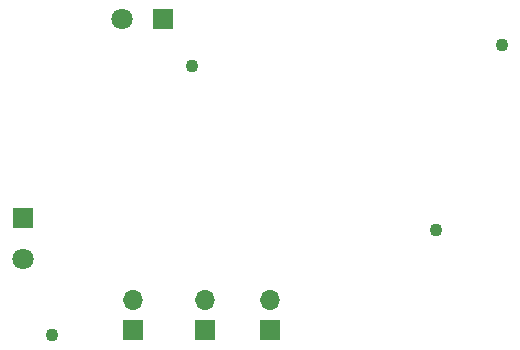
<source format=gbr>
%TF.GenerationSoftware,KiCad,Pcbnew,8.0.3*%
%TF.CreationDate,2024-07-26T12:19:11-07:00*%
%TF.ProjectId,A6214 Test Board,41363231-3420-4546-9573-7420426f6172,rev?*%
%TF.SameCoordinates,Original*%
%TF.FileFunction,Copper,L2,Bot*%
%TF.FilePolarity,Positive*%
%FSLAX46Y46*%
G04 Gerber Fmt 4.6, Leading zero omitted, Abs format (unit mm)*
G04 Created by KiCad (PCBNEW 8.0.3) date 2024-07-26 12:19:11*
%MOMM*%
%LPD*%
G01*
G04 APERTURE LIST*
%TA.AperFunction,ComponentPad*%
%ADD10R,1.700000X1.700000*%
%TD*%
%TA.AperFunction,ComponentPad*%
%ADD11O,1.700000X1.700000*%
%TD*%
%TA.AperFunction,TestPad*%
%ADD12C,1.100000*%
%TD*%
%TA.AperFunction,ComponentPad*%
%ADD13R,1.800000X1.800000*%
%TD*%
%TA.AperFunction,ComponentPad*%
%ADD14C,1.800000*%
%TD*%
G04 APERTURE END LIST*
D10*
%TO.P,J3,1,Pin_1*%
%TO.N,Net-(J3-Pin_1)*%
X143890000Y-109670000D03*
D11*
%TO.P,J3,2,Pin_2*%
%TO.N,Net-(D2-A)*%
X143890000Y-107130000D03*
%TD*%
D10*
%TO.P,J2,1,Pin_1*%
%TO.N,Net-(J2-Pin_1)*%
X150040000Y-109670000D03*
D11*
%TO.P,J2,2,Pin_2*%
%TO.N,Net-(D2-A)*%
X150040000Y-107130000D03*
%TD*%
D10*
%TO.P,J1,1,Pin_1*%
%TO.N,Net-(J1-Pin_1)*%
X155490000Y-109670000D03*
D11*
%TO.P,J1,2,Pin_2*%
%TO.N,Net-(D2-A)*%
X155490000Y-107130000D03*
%TD*%
D12*
%TO.P,TP2,1,1*%
%TO.N,GND*%
X137070000Y-110140000D03*
%TD*%
%TO.P,TP3,1,1*%
%TO.N,Net-(IC1-CSH)*%
X175140000Y-85550000D03*
%TD*%
%TO.P,TP1,1,1*%
%TO.N,Net-(D2-A)*%
X169570000Y-101200000D03*
%TD*%
D13*
%TO.P,J5,1,Pin_1*%
%TO.N,GND*%
X146470000Y-83350000D03*
D14*
%TO.P,J5,2,Pin_2*%
%TO.N,Net-(IC1-VIN)*%
X142970000Y-83350000D03*
%TD*%
D12*
%TO.P,TP4,1,1*%
%TO.N,Net-(D1-K)*%
X148925000Y-87350000D03*
%TD*%
D13*
%TO.P,J4,1,Pin_1*%
%TO.N,GND*%
X134620000Y-100210000D03*
D14*
%TO.P,J4,2,Pin_2*%
%TO.N,Net-(IC1-ADIM)*%
X134620000Y-103710000D03*
%TD*%
M02*

</source>
